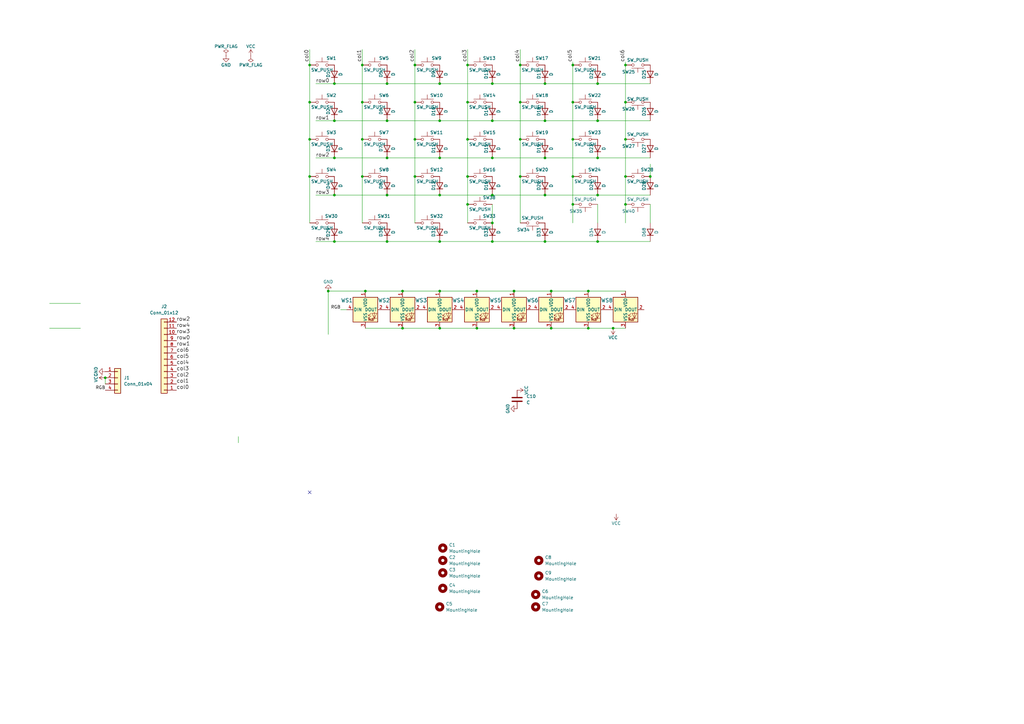
<source format=kicad_sch>
(kicad_sch (version 20211123) (generator eeschema)
  (paper "A3")
  (title_block (title "Dash") (rev "1.0.0-alpha") (company "omkbd"))
  (lib_symbols
    (symbol "Connector_Generic:Conn_01x04" (pin_names (offset 1.016) hide)
      (property "Reference" "J" (at 0 5.08 0))
      (property "Value" "Conn_01x04" (at 0 -7.62 0))
      (symbol "Conn_01x04_1_1"
        (rectangle (start -1.27 -4.953) (end 0 -5.207) (stroke (width 0.1524)))
        (rectangle (start -1.27 -2.413) (end 0 -2.667) (stroke (width 0.1524)))
        (rectangle (start -1.27 0.127) (end 0 -0.127) (stroke (width 0.1524)))
        (rectangle (start -1.27 2.667) (end 0 2.413) (stroke (width 0.1524)))
        (rectangle (start -1.27 3.81) (end 1.27 -6.35) (stroke (width 0.254)) (fill (type background)))
        (pin passive line (at -5.08 2.54 0) (length 3.81) (name "Pin_1") (number "1"))
        (pin passive line (at -5.08 0 0) (length 3.81) (name "Pin_2") (number "2"))
        (pin passive line (at -5.08 -2.54 0) (length 3.81) (name "Pin_3") (number "3"))
        (pin passive line (at -5.08 -5.08 0) (length 3.81) (name "Pin_4") (number "4"))
      )
    )
    (symbol "Connector_Generic:Conn_01x12" (pin_names (offset 1.016) hide)
      (property "Reference" "J" (at 0 15.24 0))
      (property "Value" "Conn_01x12" (at 0 -17.78 0))
      (symbol "Conn_01x12_1_1"
        (rectangle (start -1.27 -15.113) (end 0 -15.367) (stroke (width 0.1524)))
        (rectangle (start -1.27 -12.573) (end 0 -12.827) (stroke (width 0.1524)))
        (rectangle (start -1.27 -10.033) (end 0 -10.287) (stroke (width 0.1524)))
        (rectangle (start -1.27 -7.493) (end 0 -7.747) (stroke (width 0.1524)))
        (rectangle (start -1.27 -4.953) (end 0 -5.207) (stroke (width 0.1524)))
        (rectangle (start -1.27 -2.413) (end 0 -2.667) (stroke (width 0.1524)))
        (rectangle (start -1.27 0.127) (end 0 -0.127) (stroke (width 0.1524)))
        (rectangle (start -1.27 2.667) (end 0 2.413) (stroke (width 0.1524)))
        (rectangle (start -1.27 5.207) (end 0 4.953) (stroke (width 0.1524)))
        (rectangle (start -1.27 7.747) (end 0 7.493) (stroke (width 0.1524)))
        (rectangle (start -1.27 10.287) (end 0 10.033) (stroke (width 0.1524)))
        (rectangle (start -1.27 12.827) (end 0 12.573) (stroke (width 0.1524)))
        (rectangle (start -1.27 13.97) (end 1.27 -16.51) (stroke (width 0.254)) (fill (type background)))
        (pin passive line (at -5.08 12.7 0) (length 3.81) (name "Pin_1") (number "1"))
        (pin passive line (at -5.08 -10.16 0) (length 3.81) (name "Pin_10") (number "10"))
        (pin passive line (at -5.08 -12.7 0) (length 3.81) (name "Pin_11") (number "11"))
        (pin passive line (at -5.08 -15.24 0) (length 3.81) (name "Pin_12") (number "12"))
        (pin passive line (at -5.08 10.16 0) (length 3.81) (name "Pin_2") (number "2"))
        (pin passive line (at -5.08 7.62 0) (length 3.81) (name "Pin_3") (number "3"))
        (pin passive line (at -5.08 5.08 0) (length 3.81) (name "Pin_4") (number "4"))
        (pin passive line (at -5.08 2.54 0) (length 3.81) (name "Pin_5") (number "5"))
        (pin passive line (at -5.08 0 0) (length 3.81) (name "Pin_6") (number "6"))
        (pin passive line (at -5.08 -2.54 0) (length 3.81) (name "Pin_7") (number "7"))
        (pin passive line (at -5.08 -5.08 0) (length 3.81) (name "Pin_8") (number "8"))
        (pin passive line (at -5.08 -7.62 0) (length 3.81) (name "Pin_9") (number "9"))
      )
    )
    (symbol "Device:C" (pin_numbers hide) (pin_names (offset 0.254))
      (property "Reference" "C" (at 0.635 2.54 0))
      (property "Value" "C" (at 0.635 -2.54 0))
      (symbol "C_0_1"
        (polyline (pts (xy -2.032 -0.762) (xy 2.032 -0.762)) (stroke (width 0.508)))
        (polyline (pts (xy -2.032 0.762) (xy 2.032 0.762)) (stroke (width 0.508)))
      )
      (symbol "C_1_1"
        (pin passive line (at 0 3.81 270) (length 2.794) (name "~") (number "1"))
        (pin passive line (at 0 -3.81 90) (length 2.794) (name "~") (number "2"))
      )
    )
    (symbol "Device:D" (pin_numbers hide) (pin_names (offset 1.016) hide)
      (property "Reference" "D" (at 0 2.54 0))
      (property "Value" "D" (at 0 -2.54 0))
      (symbol "D_0_1"
        (polyline (pts (xy -1.27 1.27) (xy -1.27 -1.27)) (stroke (width 0.254)))
        (polyline (pts (xy 1.27 0) (xy -1.27 0)))
        (polyline (pts (xy 1.27 1.27) (xy 1.27 -1.27) (xy -1.27 0) (xy 1.27 1.27)) (stroke (width 0.254)))
      )
      (symbol "D_1_1"
        (pin passive line (at -3.81 0 0) (length 2.54) (name "K") (number "1"))
        (pin passive line (at 3.81 0 180) (length 2.54) (name "A") (number "2"))
      )
    )
    (symbol "LED:WS2812B" (pin_names (offset 0.254))
      (property "Reference" "D" (at 5.08 5.715 0))
      (property "Value" "WS2812B" (at 1.27 -5.715 0))
      (symbol "WS2812B_0_0"
        (text "RGB" (at 2.286 -4.191 0) (effects (font (size 0.762 0.762))))
      )
      (symbol "WS2812B_0_1"
        (polyline (pts (xy 1.27 -3.556) (xy 1.778 -3.556)))
        (polyline (pts (xy 1.27 -2.54) (xy 1.778 -2.54)))
        (polyline (pts (xy 4.699 -3.556) (xy 2.667 -3.556)))
        (polyline (pts (xy 2.286 -2.54) (xy 1.27 -3.556) (xy 1.27 -3.048)))
        (polyline (pts (xy 2.286 -1.524) (xy 1.27 -2.54) (xy 1.27 -2.032)))
        (polyline (pts (xy 3.683 -1.016) (xy 3.683 -3.556) (xy 3.683 -4.064)))
        (polyline (pts (xy 4.699 -1.524) (xy 2.667 -1.524) (xy 3.683 -3.556) (xy 4.699 -1.524)))
        (rectangle (start 5.08 5.08) (end -5.08 -5.08) (stroke (width 0.254)) (fill (type background)))
      )
      (symbol "WS2812B_1_1"
        (pin power_in line (at 0 7.62 270) (length 2.54) (name "VDD") (number "1"))
        (pin output line (at 7.62 0 180) (length 2.54) (name "DOUT") (number "2"))
        (pin power_in line (at 0 -7.62 90) (length 2.54) (name "VSS") (number "3"))
        (pin input line (at -7.62 0 0) (length 2.54) (name "DIN") (number "4"))
      )
    )
    (symbol "Mechanical:MountingHole" (pin_names (offset 1.016))
      (property "Reference" "H" (at 0 5.08 0))
      (property "Value" "MountingHole" (at 0 3.175 0))
      (symbol "MountingHole_0_1"
        (circle (center 0 0) (radius 1.27) (stroke (width 1.27)))
      )
    )
    (symbol "Switch:SW_Push" (pin_numbers hide) (pin_names (offset 1.016) hide)
      (property "Reference" "SW" (at 1.27 2.54 0))
      (property "Value" "SW_Push" (at 0 -1.524 0))
      (symbol "SW_Push_0_1"
        (circle (center -2.032 0) (radius 0.508))
        (polyline (pts (xy 0 1.27) (xy 0 3.048)))
        (polyline (pts (xy 2.54 1.27) (xy -2.54 1.27)))
        (circle (center 2.032 0) (radius 0.508))
        (pin passive line (at -5.08 0 0) (length 2.54) (name "1") (number "1"))
        (pin passive line (at 5.08 0 180) (length 2.54) (name "2") (number "2"))
      )
    )
    (symbol "power:GND" (power) (pin_names (offset 0))
      (property "Value" "GND" (at 0 -3.81 0))
      (symbol "GND_0_1"
        (polyline (pts (xy 0 0) (xy 0 -1.27) (xy 1.27 -1.27) (xy 0 -2.54) (xy -1.27 -1.27) (xy 0 -1.27)))
      )
      (symbol "GND_1_1"
        (pin power_in line (at 0 0 270) (length 0) hide (name "GND") (number "1"))
      )
    )
    (symbol "power:PWR_FLAG" (power) (pin_numbers hide) (pin_names (offset 0) hide)
      (property "Value" "PWR_FLAG" (at 0 3.81 0))
      (symbol "PWR_FLAG_0_0"
        (pin power_out line (at 0 0 90) (length 0) (name "pwr") (number "1"))
      )
      (symbol "PWR_FLAG_0_1"
        (polyline (pts (xy 0 0) (xy 0 1.27) (xy -1.016 1.905) (xy 0 2.54) (xy 1.016 1.905) (xy 0 1.27)))
      )
    )
    (symbol "power:VCC" (power) (pin_names (offset 0))
      (property "Value" "VCC" (at 0 3.81 0))
      (symbol "VCC_0_1"
        (polyline (pts (xy -0.762 1.27) (xy 0 2.54)))
        (polyline (pts (xy 0 0) (xy 0 2.54)))
        (polyline (pts (xy 0 2.54) (xy 0.762 1.27)))
      )
      (symbol "VCC_1_1"
        (pin power_in line (at 0 0 90) (length 0) hide (name "VCC") (number "1"))
      )
    )
  )
  (junction (at 165.1 134.62))
  (junction (at 148.59 41.91))
  (junction (at 170.18 41.91))
  (junction (at 223.52 64.77))
  (junction (at 170.18 72.39))
  (junction (at 137.16 34.29))
  (junction (at 234.95 41.91))
  (junction (at 234.95 83.82))
  (junction (at 137.16 99.06))
  (junction (at 180.34 64.77))
  (junction (at 223.52 80.01))
  (junction (at 137.16 49.53))
  (junction (at 170.18 57.15))
  (junction (at 134.62 119.38))
  (junction (at 201.93 80.01))
  (junction (at 127 57.15))
  (junction (at 158.75 99.06))
  (junction (at 191.77 41.91))
  (junction (at 241.3 134.62))
  (junction (at 149.86 119.38))
  (junction (at 195.58 119.38))
  (junction (at 180.34 99.06))
  (junction (at 191.77 83.82))
  (junction (at 210.82 134.62))
  (junction (at 127 26.67))
  (junction (at 245.11 80.01))
  (junction (at 245.11 64.77))
  (junction (at 256.54 57.15))
  (junction (at 180.34 34.29))
  (junction (at 226.06 134.62))
  (junction (at 223.52 49.53))
  (junction (at 127 41.91))
  (junction (at 226.06 119.38))
  (junction (at 256.54 83.82))
  (junction (at 241.3 119.38))
  (junction (at 213.36 72.39))
  (junction (at 210.82 119.38))
  (junction (at 137.16 80.01))
  (junction (at 201.93 64.77))
  (junction (at 191.77 72.39))
  (junction (at 234.95 57.15))
  (junction (at 245.11 34.29))
  (junction (at 256.54 41.91))
  (junction (at 137.16 64.77))
  (junction (at 158.75 49.53))
  (junction (at 213.36 26.67))
  (junction (at 170.18 26.67))
  (junction (at 180.34 80.01))
  (junction (at 127 72.39))
  (junction (at 223.52 34.29))
  (junction (at 148.59 26.67))
  (junction (at 180.34 119.38))
  (junction (at 245.11 99.06))
  (junction (at 158.75 34.29))
  (junction (at 213.36 57.15))
  (junction (at 201.93 99.06))
  (junction (at 245.11 49.53))
  (junction (at 213.36 41.91))
  (junction (at 256.54 26.67))
  (junction (at 180.34 134.62))
  (junction (at 191.77 57.15))
  (junction (at 148.59 72.39))
  (junction (at 158.75 64.77))
  (junction (at 195.58 134.62))
  (junction (at 148.59 57.15))
  (junction (at 234.95 72.39))
  (junction (at 266.7 72.39))
  (junction (at 43.18 154.94))
  (junction (at 223.52 99.06))
  (junction (at 234.95 26.67))
  (junction (at 201.93 49.53))
  (junction (at 201.93 34.29))
  (junction (at 191.77 26.67))
  (junction (at 158.75 80.01))
  (junction (at 201.93 91.44))
  (junction (at 165.1 119.38))
  (junction (at 180.34 49.53))
  (junction (at 256.54 72.39))
  (junction (at 251.46 134.62))
  (no_connect (at 127 201.93))
  (wire (pts (xy 191.77 26.67) (xy 191.77 41.91)))
  (wire (pts (xy 201.93 34.29) (xy 223.52 34.29)))
  (wire (pts (xy 213.36 41.91) (xy 213.36 57.15)))
  (wire (pts (xy 134.62 119.38) (xy 149.86 119.38)))
  (wire (pts (xy 170.18 26.67) (xy 170.18 41.91)))
  (wire (pts (xy 210.82 134.62) (xy 226.06 134.62)))
  (wire (pts (xy 201.93 80.01) (xy 223.52 80.01)))
  (wire (pts (xy 148.59 57.15) (xy 148.59 72.39)))
  (wire (pts (xy 129.54 34.29) (xy 137.16 34.29)))
  (wire (pts (xy 142.24 127) (xy 139.7 127)))
  (wire (pts (xy 129.54 80.01) (xy 137.16 80.01)))
  (wire (pts (xy 256.54 83.82) (xy 256.54 91.44)))
  (wire (pts (xy 223.52 64.77) (xy 245.11 64.77)))
  (wire (pts (xy 127 57.15) (xy 127 72.39)))
  (wire (pts (xy 137.16 99.06) (xy 158.75 99.06)))
  (wire (pts (xy 234.95 72.39) (xy 234.95 83.82)))
  (wire (pts (xy 213.36 26.67) (xy 213.36 41.91)))
  (wire (pts (xy 127 41.91) (xy 127 57.15)))
  (wire (pts (xy 129.54 64.77) (xy 137.16 64.77)))
  (wire (pts (xy 201.93 83.82) (xy 201.93 91.44)))
  (wire (pts (xy 234.95 41.91) (xy 234.95 57.15)))
  (wire (pts (xy 149.86 134.62) (xy 165.1 134.62)))
  (wire (pts (xy 245.11 99.06) (xy 266.7 99.06)))
  (wire (pts (xy 180.34 34.29) (xy 201.93 34.29)))
  (wire (pts (xy 234.95 26.67) (xy 234.95 41.91)))
  (wire (pts (xy 223.52 99.06) (xy 245.11 99.06)))
  (wire (pts (xy 20.32 134.62) (xy 33.02 134.62)))
  (wire (pts (xy 234.95 83.82) (xy 234.95 91.44)))
  (wire (pts (xy 256.54 72.39) (xy 256.54 83.82)))
  (wire (pts (xy 180.34 49.53) (xy 201.93 49.53)))
  (wire (pts (xy 158.75 34.29) (xy 180.34 34.29)))
  (wire (pts (xy 256.54 57.15) (xy 256.54 72.39)))
  (wire (pts (xy 148.59 20.32) (xy 148.59 26.67)))
  (wire (pts (xy 256.54 25.4) (xy 256.54 26.67)))
  (wire (pts (xy 191.77 41.91) (xy 191.77 57.15)))
  (wire (pts (xy 127 20.32) (xy 127 26.67)))
  (wire (pts (xy 180.34 99.06) (xy 201.93 99.06)))
  (wire (pts (xy 158.75 64.77) (xy 180.34 64.77)))
  (wire (pts (xy 149.86 119.38) (xy 165.1 119.38)))
  (wire (pts (xy 223.52 49.53) (xy 245.11 49.53)))
  (wire (pts (xy 245.11 64.77) (xy 266.7 64.77)))
  (wire (pts (xy 226.06 134.62) (xy 241.3 134.62)))
  (wire (pts (xy 158.75 49.53) (xy 180.34 49.53)))
  (wire (pts (xy 251.46 134.62) (xy 256.54 134.62)))
  (wire (pts (xy 213.36 72.39) (xy 213.36 91.44)))
  (wire (pts (xy 195.58 119.38) (xy 210.82 119.38)))
  (wire (pts (xy 245.11 80.01) (xy 266.7 80.01)))
  (wire (pts (xy 223.52 34.29) (xy 245.11 34.29)))
  (wire (pts (xy 137.16 64.77) (xy 158.75 64.77)))
  (wire (pts (xy 158.75 99.06) (xy 180.34 99.06)))
  (wire (pts (xy 234.95 25.4) (xy 234.95 26.67)))
  (wire (pts (xy 180.34 134.62) (xy 195.58 134.62)))
  (wire (pts (xy 43.18 154.94) (xy 43.18 157.48)))
  (wire (pts (xy 134.62 137.16) (xy 134.62 119.38)))
  (wire (pts (xy 245.11 91.44) (xy 245.11 83.82)))
  (wire (pts (xy 245.11 34.29) (xy 266.7 34.29)))
  (wire (pts (xy 33.02 124.46) (xy 20.32 124.46)))
  (wire (pts (xy 256.54 41.91) (xy 256.54 57.15)))
  (wire (pts (xy 170.18 57.15) (xy 170.18 72.39)))
  (wire (pts (xy 129.54 99.06) (xy 137.16 99.06)))
  (wire (pts (xy 148.59 26.67) (xy 148.59 41.91)))
  (wire (pts (xy 180.34 64.77) (xy 201.93 64.77)))
  (wire (pts (xy 191.77 72.39) (xy 191.77 83.82)))
  (wire (pts (xy 165.1 134.62) (xy 180.34 134.62)))
  (wire (pts (xy 137.16 49.53) (xy 158.75 49.53)))
  (wire (pts (xy 148.59 41.91) (xy 148.59 57.15)))
  (wire (pts (xy 226.06 119.38) (xy 241.3 119.38)))
  (wire (pts (xy 210.82 119.38) (xy 226.06 119.38)))
  (wire (pts (xy 158.75 80.01) (xy 180.34 80.01)))
  (wire (pts (xy 266.7 67.31) (xy 266.7 72.39)))
  (wire (pts (xy 256.54 26.67) (xy 256.54 41.91)))
  (wire (pts (xy 223.52 80.01) (xy 245.11 80.01)))
  (wire (pts (xy 127 26.67) (xy 127 41.91)))
  (wire (pts (xy 191.77 57.15) (xy 191.77 72.39)))
  (wire (pts (xy 234.95 57.15) (xy 234.95 72.39)))
  (wire (pts (xy 137.16 34.29) (xy 158.75 34.29)))
  (wire (pts (xy 245.11 49.53) (xy 266.7 49.53)))
  (wire (pts (xy 180.34 80.01) (xy 201.93 80.01)))
  (wire (pts (xy 180.34 119.38) (xy 195.58 119.38)))
  (wire (pts (xy 170.18 41.91) (xy 170.18 57.15)))
  (wire (pts (xy 191.77 83.82) (xy 191.77 91.44)))
  (wire (pts (xy 165.1 119.38) (xy 180.34 119.38)))
  (wire (pts (xy 241.3 119.38) (xy 256.54 119.38)))
  (wire (pts (xy 137.16 80.01) (xy 158.75 80.01)))
  (wire (pts (xy 148.59 72.39) (xy 148.59 91.44)))
  (wire (pts (xy 129.54 49.53) (xy 137.16 49.53)))
  (wire (pts (xy 241.3 134.62) (xy 251.46 134.62)))
  (wire (pts (xy 170.18 72.39) (xy 170.18 91.44)))
  (wire (pts (xy 97.79 179.07) (xy 97.79 181.61)))
  (wire (pts (xy 127 72.39) (xy 127 91.44)))
  (wire (pts (xy 195.58 134.62) (xy 210.82 134.62)))
  (wire (pts (xy 213.36 20.32) (xy 213.36 26.67)))
  (wire (pts (xy 201.93 99.06) (xy 223.52 99.06)))
  (wire (pts (xy 266.7 91.44) (xy 266.7 83.82)))
  (wire (pts (xy 201.93 64.77) (xy 223.52 64.77)))
  (wire (pts (xy 170.18 20.32) (xy 170.18 26.67)))
  (wire (pts (xy 191.77 20.32) (xy 191.77 26.67)))
  (wire (pts (xy 201.93 49.53) (xy 223.52 49.53)))
  (wire (pts (xy 213.36 57.15) (xy 213.36 72.39)))
  (label "RGB" (at 139.7 127 180))
  (label "row3" (at 72.39 137.16 0) (effects (font (size 1.524 1.524))))
  (label "col2" (at 170.18 25.4 90) (effects (font (size 1.524 1.524))))
  (label "row0" (at 72.39 139.7 0) (effects (font (size 1.524 1.524))))
  (label "col0" (at 127 25.4 90) (effects (font (size 1.524 1.524))))
  (label "col1" (at 72.39 157.48 0) (effects (font (size 1.524 1.524))))
  (label "row2" (at 72.39 132.08 0) (effects (font (size 1.524 1.524))))
  (label "col6" (at 256.54 25.4 90) (effects (font (size 1.524 1.524))))
  (label "row1" (at 129.54 49.53 0) (effects (font (size 1.524 1.524))))
  (label "row0" (at 129.54 34.29 0) (effects (font (size 1.524 1.524))))
  (label "row2" (at 129.54 64.77 0) (effects (font (size 1.524 1.524))))
  (label "row4" (at 72.39 134.62 0) (effects (font (size 1.524 1.524))))
  (label "col2" (at 72.39 154.94 0) (effects (font (size 1.524 1.524))))
  (label "col4" (at 213.36 25.4 90) (effects (font (size 1.524 1.524))))
  (label "col3" (at 72.39 152.4 0) (effects (font (size 1.524 1.524))))
  (label "col0" (at 72.39 160.02 0) (effects (font (size 1.524 1.524))))
  (label "row1" (at 72.39 142.24 0) (effects (font (size 1.524 1.524))))
  (label "col3" (at 191.77 25.4 90) (effects (font (size 1.524 1.524))))
  (label "col6" (at 72.39 144.78 0) (effects (font (size 1.524 1.524))))
  (label "row4" (at 129.54 99.06 0) (effects (font (size 1.524 1.524))))
  (label "col5" (at 72.39 147.32 0) (effects (font (size 1.524 1.524))))
  (label "row3" (at 129.54 80.01 0) (effects (font (size 1.524 1.524))))
  (label "col5" (at 234.95 25.4 90) (effects (font (size 1.524 1.524))))
  (label "col1" (at 148.59 25.4 90) (effects (font (size 1.524 1.524))))
  (label "RGB" (at 43.18 160.02 180))
  (label "col4" (at 72.39 149.86 0) (effects (font (size 1.524 1.524))))
  (symbol (lib_id "Switch:SW_Push") (at 132.08 26.67 0) (unit 1)
    (property "Reference" "SW1" (at 135.89 23.876 0))
    (property "Value" "SW_PUSH" (at 132.08 28.702 0))
    (property "Footprint" "ergodash_2040:Kailh_socket_MX_leftmost" (effects hide))
  )
  (symbol (lib_id "Device:D") (at 137.16 30.48 90) (unit 1)
    (property "Reference" "D1" (at 134.62 30.48 0))
    (property "Value" "D" (at 139.7 30.48 0))
    (property "Footprint" "ergodash_2040:D_SOD-123-dobuleside" (effects hide))
  )
  (symbol (lib_id "Switch:SW_Push") (at 153.67 26.67 0) (unit 1)
    (property "Reference" "SW5" (at 157.48 23.876 0))
    (property "Value" "SW_PUSH" (at 153.67 28.702 0))
    (property "Footprint" "ergodash_2040:Kailh_socket_MX" (effects hide))
  )
  (symbol (lib_id "Switch:SW_Push") (at 175.26 26.67 0) (unit 1)
    (property "Reference" "SW9" (at 179.07 23.876 0))
    (property "Value" "SW_PUSH" (at 175.26 28.702 0))
    (property "Footprint" "ergodash_2040:Kailh_socket_MX" (effects hide))
  )
  (symbol (lib_id "Switch:SW_Push") (at 196.85 26.67 0) (unit 1)
    (property "Reference" "SW13" (at 200.66 23.876 0))
    (property "Value" "SW_PUSH" (at 196.85 28.702 0))
    (property "Footprint" "ergodash_2040:Kailh_socket_MX" (effects hide))
  )
  (symbol (lib_id "Switch:SW_Push") (at 218.44 26.67 0) (unit 1)
    (property "Reference" "SW17" (at 222.25 23.876 0))
    (property "Value" "SW_PUSH" (at 218.44 28.702 0))
    (property "Footprint" "ergodash_2040:Kailh_socket_MX" (effects hide))
  )
  (symbol (lib_id "Switch:SW_Push") (at 240.03 26.67 0) (unit 1)
    (property "Reference" "SW21" (at 243.84 23.876 0))
    (property "Value" "SW_PUSH" (at 240.03 28.702 0))
    (property "Footprint" "ergodash_2040:Kailh_socket_MX" (effects hide))
  )
  (symbol (lib_id "Switch:SW_Push") (at 261.62 26.67 180) (unit 1)
    (property "Reference" "SW25" (at 257.81 29.464 0))
    (property "Value" "SW_PUSH" (at 261.62 24.638 0))
    (property "Footprint" "ergodash_2040:Kailh_socket_MX_rightmost" (effects hide))
  )
  (symbol (lib_id "Device:D") (at 158.75 30.48 90) (unit 1)
    (property "Reference" "D5" (at 156.21 30.48 0))
    (property "Value" "D" (at 161.29 30.48 0))
    (property "Footprint" "ergodash_2040:D_SOD-123-dobuleside" (effects hide))
  )
  (symbol (lib_id "Device:D") (at 180.34 30.48 90) (unit 1)
    (property "Reference" "D9" (at 177.8 30.48 0))
    (property "Value" "D" (at 182.88 30.48 0))
    (property "Footprint" "ergodash_2040:D_SOD-123-dobuleside" (effects hide))
  )
  (symbol (lib_id "Device:D") (at 201.93 30.48 90) (unit 1)
    (property "Reference" "D13" (at 199.39 30.48 0))
    (property "Value" "D" (at 204.47 30.48 0))
    (property "Footprint" "ergodash_2040:D_SOD-123-dobuleside" (effects hide))
  )
  (symbol (lib_id "Device:D") (at 223.52 30.48 90) (unit 1)
    (property "Reference" "D17" (at 220.98 30.48 0))
    (property "Value" "D" (at 226.06 30.48 0))
    (property "Footprint" "ergodash_2040:D_SOD-123-dobuleside" (effects hide))
  )
  (symbol (lib_id "Device:D") (at 245.11 30.48 90) (unit 1)
    (property "Reference" "D21" (at 242.57 30.48 0))
    (property "Value" "D" (at 247.65 30.48 0))
    (property "Footprint" "ergodash_2040:D_SOD-123-dobuleside" (effects hide))
  )
  (symbol (lib_id "Device:D") (at 266.7 30.48 90) (unit 1)
    (property "Reference" "D25" (at 264.16 30.48 0))
    (property "Value" "D" (at 269.24 30.48 0))
    (property "Footprint" "ergodash_2040:D_SOD-123-dobuleside" (effects hide))
  )
  (symbol (lib_id "Switch:SW_Push") (at 132.08 41.91 0) (unit 1)
    (property "Reference" "SW2" (at 135.89 39.116 0))
    (property "Value" "SW_PUSH" (at 132.08 43.942 0))
    (property "Footprint" "ergodash_2040:Kailh_socket_MX_leftmost" (effects hide))
  )
  (symbol (lib_id "Switch:SW_Push") (at 153.67 41.91 0) (unit 1)
    (property "Reference" "SW6" (at 157.48 39.116 0))
    (property "Value" "SW_PUSH" (at 153.67 43.942 0))
    (property "Footprint" "ergodash_2040:Kailh_socket_MX" (effects hide))
  )
  (symbol (lib_id "Switch:SW_Push") (at 175.26 41.91 0) (unit 1)
    (property "Reference" "SW10" (at 179.07 39.116 0))
    (property "Value" "SW_PUSH" (at 175.26 43.942 0))
    (property "Footprint" "ergodash_2040:Kailh_socket_MX" (effects hide))
  )
  (symbol (lib_id "Switch:SW_Push") (at 196.85 41.91 0) (unit 1)
    (property "Reference" "SW14" (at 200.66 39.116 0))
    (property "Value" "SW_PUSH" (at 196.85 43.942 0))
    (property "Footprint" "ergodash_2040:Kailh_socket_MX" (effects hide))
  )
  (symbol (lib_id "Switch:SW_Push") (at 218.44 41.91 0) (unit 1)
    (property "Reference" "SW18" (at 222.25 39.116 0))
    (property "Value" "SW_PUSH" (at 218.44 43.942 0))
    (property "Footprint" "ergodash_2040:Kailh_socket_MX" (effects hide))
  )
  (symbol (lib_id "Switch:SW_Push") (at 240.03 41.91 0) (unit 1)
    (property "Reference" "SW22" (at 243.84 39.116 0))
    (property "Value" "SW_PUSH" (at 240.03 43.942 0))
    (property "Footprint" "ergodash_2040:Kailh_socket_MX" (effects hide))
  )
  (symbol (lib_id "Switch:SW_Push") (at 261.62 41.91 180) (unit 1)
    (property "Reference" "SW26" (at 257.81 44.704 0))
    (property "Value" "SW_PUSH" (at 261.62 40.64 0))
    (property "Footprint" "ergodash_2040:Kailh_socket_MX_rightmost" (effects hide))
  )
  (symbol (lib_id "Switch:SW_Push") (at 261.62 57.15 180) (unit 1)
    (property "Reference" "SW27" (at 257.81 59.944 0))
    (property "Value" "SW_PUSH" (at 261.62 55.118 0))
    (property "Footprint" "ergodash_2040:Kailh_socket_MX_rightmost" (effects hide))
  )
  (symbol (lib_id "Switch:SW_Push") (at 240.03 57.15 0) (unit 1)
    (property "Reference" "SW23" (at 243.84 54.356 0))
    (property "Value" "SW_PUSH" (at 240.03 59.182 0))
    (property "Footprint" "ergodash_2040:Kailh_socket_MX" (effects hide))
  )
  (symbol (lib_id "Switch:SW_Push") (at 218.44 57.15 0) (unit 1)
    (property "Reference" "SW19" (at 222.25 54.356 0))
    (property "Value" "SW_PUSH" (at 218.44 59.182 0))
    (property "Footprint" "ergodash_2040:Kailh_socket_MX" (effects hide))
  )
  (symbol (lib_id "Switch:SW_Push") (at 196.85 57.15 0) (unit 1)
    (property "Reference" "SW15" (at 200.66 54.356 0))
    (property "Value" "SW_PUSH" (at 196.85 59.182 0))
    (property "Footprint" "ergodash_2040:Kailh_socket_MX" (effects hide))
  )
  (symbol (lib_id "Switch:SW_Push") (at 175.26 57.15 0) (unit 1)
    (property "Reference" "SW11" (at 179.07 54.356 0))
    (property "Value" "SW_PUSH" (at 175.26 59.182 0))
    (property "Footprint" "ergodash_2040:Kailh_socket_MX" (effects hide))
  )
  (symbol (lib_id "Switch:SW_Push") (at 153.67 57.15 0) (unit 1)
    (property "Reference" "SW7" (at 157.48 54.356 0))
    (property "Value" "SW_PUSH" (at 153.67 59.182 0))
    (property "Footprint" "ergodash_2040:Kailh_socket_MX" (effects hide))
  )
  (symbol (lib_id "Switch:SW_Push") (at 132.08 57.15 0) (unit 1)
    (property "Reference" "SW3" (at 135.89 54.356 0))
    (property "Value" "SW_PUSH" (at 132.08 59.182 0))
    (property "Footprint" "ergodash_2040:Kailh_socket_MX_leftmost" (effects hide))
  )
  (symbol (lib_id "Switch:SW_Push") (at 132.08 72.39 0) (unit 1)
    (property "Reference" "SW4" (at 135.89 69.596 0))
    (property "Value" "SW_PUSH" (at 132.08 74.422 0))
    (property "Footprint" "ergodash_2040:Kailh_socket_MX_leftmost" (effects hide))
  )
  (symbol (lib_id "Switch:SW_Push") (at 153.67 72.39 0) (unit 1)
    (property "Reference" "SW8" (at 157.48 69.596 0))
    (property "Value" "SW_PUSH" (at 153.67 74.422 0))
    (property "Footprint" "ergodash_2040:Kailh_socket_MX" (effects hide))
  )
  (symbol (lib_id "Switch:SW_Push") (at 175.26 72.39 0) (unit 1)
    (property "Reference" "SW12" (at 179.07 69.596 0))
    (property "Value" "SW_PUSH" (at 175.26 74.422 0))
    (property "Footprint" "ergodash_2040:Kailh_socket_MX" (effects hide))
  )
  (symbol (lib_id "Switch:SW_Push") (at 196.85 72.39 0) (unit 1)
    (property "Reference" "SW16" (at 200.66 69.596 0))
    (property "Value" "SW_PUSH" (at 196.85 74.422 0))
    (property "Footprint" "ergodash_2040:Kailh_socket_MX" (effects hide))
  )
  (symbol (lib_id "Switch:SW_Push") (at 218.44 72.39 0) (unit 1)
    (property "Reference" "SW20" (at 222.25 69.596 0))
    (property "Value" "SW_PUSH" (at 218.44 74.422 0))
    (property "Footprint" "ergodash_2040:Kailh_socket_MX" (effects hide))
  )
  (symbol (lib_id "Switch:SW_Push") (at 240.03 72.39 0) (unit 1)
    (property "Reference" "SW24" (at 243.84 69.596 0))
    (property "Value" "SW_PUSH" (at 240.03 74.422 0))
    (property "Footprint" "ergodash_2040:Kailh_socket_MX" (effects hide))
  )
  (symbol (lib_id "Device:D") (at 137.16 45.72 90) (unit 1)
    (property "Reference" "D2" (at 134.62 45.72 0))
    (property "Value" "D" (at 139.7 45.72 0))
    (property "Footprint" "ergodash_2040:D_SOD-123-dobuleside" (effects hide))
  )
  (symbol (lib_id "Device:D") (at 158.75 45.72 90) (unit 1)
    (property "Reference" "D6" (at 156.21 45.72 0))
    (property "Value" "D" (at 161.29 45.72 0))
    (property "Footprint" "ergodash_2040:D_SOD-123-dobuleside" (effects hide))
  )
  (symbol (lib_id "Device:D") (at 180.34 45.72 90) (unit 1)
    (property "Reference" "D10" (at 177.8 45.72 0))
    (property "Value" "D" (at 182.88 45.72 0))
    (property "Footprint" "ergodash_2040:D_SOD-123-dobuleside" (effects hide))
  )
  (symbol (lib_id "Device:D") (at 201.93 45.72 90) (unit 1)
    (property "Reference" "D14" (at 199.39 45.72 0))
    (property "Value" "D" (at 204.47 45.72 0))
    (property "Footprint" "ergodash_2040:D_SOD-123-dobuleside" (effects hide))
  )
  (symbol (lib_id "Device:D") (at 223.52 45.72 90) (unit 1)
    (property "Reference" "D18" (at 220.98 45.72 0))
    (property "Value" "D" (at 226.06 45.72 0))
    (property "Footprint" "ergodash_2040:D_SOD-123-dobuleside" (effects hide))
  )
  (symbol (lib_id "Device:D") (at 245.11 45.72 90) (unit 1)
    (property "Reference" "D22" (at 242.57 45.72 0))
    (property "Value" "D" (at 247.65 45.72 0))
    (property "Footprint" "ergodash_2040:D_SOD-123-dobuleside" (effects hide))
  )
  (symbol (lib_id "Device:D") (at 266.7 45.72 90) (unit 1)
    (property "Reference" "D26" (at 264.16 45.72 0))
    (property "Value" "D" (at 269.24 45.72 0))
    (property "Footprint" "ergodash_2040:D_SOD-123-dobuleside" (effects hide))
  )
  (symbol (lib_id "Device:D") (at 266.7 60.96 90) (unit 1)
    (property "Reference" "D27" (at 264.16 60.96 0))
    (property "Value" "D" (at 269.24 60.96 0))
    (property "Footprint" "ergodash_2040:D_SOD-123-dobuleside" (effects hide))
  )
  (symbol (lib_id "Device:D") (at 245.11 60.96 90) (unit 1)
    (property "Reference" "D23" (at 242.57 60.96 0))
    (property "Value" "D" (at 247.65 60.96 0))
    (property "Footprint" "ergodash_2040:D_SOD-123-dobuleside" (effects hide))
  )
  (symbol (lib_id "Device:D") (at 223.52 60.96 90) (unit 1)
    (property "Reference" "D19" (at 220.98 60.96 0))
    (property "Value" "D" (at 226.06 60.96 0))
    (property "Footprint" "ergodash_2040:D_SOD-123-dobuleside" (effects hide))
  )
  (symbol (lib_id "Device:D") (at 201.93 60.96 90) (unit 1)
    (property "Reference" "D15" (at 199.39 60.96 0))
    (property "Value" "D" (at 204.47 60.96 0))
    (property "Footprint" "ergodash_2040:D_SOD-123-dobuleside" (effects hide))
  )
  (symbol (lib_id "Device:D") (at 180.34 60.96 90) (unit 1)
    (property "Reference" "D11" (at 177.8 60.96 0))
    (property "Value" "D" (at 182.88 60.96 0))
    (property "Footprint" "ergodash_2040:D_SOD-123-dobuleside" (effects hide))
  )
  (symbol (lib_id "Device:D") (at 158.75 60.96 90) (unit 1)
    (property "Reference" "D7" (at 156.21 60.96 0))
    (property "Value" "D" (at 161.29 60.96 0))
    (property "Footprint" "ergodash_2040:D_SOD-123-dobuleside" (effects hide))
  )
  (symbol (lib_id "Device:D") (at 137.16 60.96 90) (unit 1)
    (property "Reference" "D3" (at 134.62 60.96 0))
    (property "Value" "D" (at 139.7 60.96 0))
    (property "Footprint" "ergodash_2040:D_SOD-123-dobuleside" (effects hide))
  )
  (symbol (lib_id "Device:D") (at 137.16 76.2 90) (unit 1)
    (property "Reference" "D4" (at 134.62 76.2 0))
    (property "Value" "D" (at 139.7 76.2 0))
    (property "Footprint" "ergodash_2040:D_SOD-123-dobuleside" (effects hide))
  )
  (symbol (lib_id "Device:D") (at 158.75 76.2 90) (unit 1)
    (property "Reference" "D8" (at 156.21 76.2 0))
    (property "Value" "D" (at 161.29 76.2 0))
    (property "Footprint" "ergodash_2040:D_SOD-123-dobuleside" (effects hide))
  )
  (symbol (lib_id "Device:D") (at 180.34 76.2 90) (unit 1)
    (property "Reference" "D12" (at 177.8 76.2 0))
    (property "Value" "D" (at 182.88 76.2 0))
    (property "Footprint" "ergodash_2040:D_SOD-123-dobuleside" (effects hide))
  )
  (symbol (lib_id "Device:D") (at 201.93 76.2 90) (unit 1)
    (property "Reference" "D16" (at 199.39 76.2 0))
    (property "Value" "D" (at 204.47 76.2 0))
    (property "Footprint" "ergodash_2040:D_SOD-123-dobuleside" (effects hide))
  )
  (symbol (lib_id "Device:D") (at 223.52 76.2 90) (unit 1)
    (property "Reference" "D20" (at 220.98 76.2 0))
    (property "Value" "D" (at 226.06 76.2 0))
    (property "Footprint" "ergodash_2040:D_SOD-123-dobuleside" (effects hide))
  )
  (symbol (lib_id "Device:D") (at 245.11 76.2 90) (unit 1)
    (property "Reference" "D24" (at 242.57 76.2 0))
    (property "Value" "D" (at 247.65 76.2 0))
    (property "Footprint" "ergodash_2040:D_SOD-123-dobuleside" (effects hide))
  )
  (symbol (lib_id "power:PWR_FLAG") (at 92.71 22.86 0) (unit 1)
    (property "Reference" "#FLG09" (effects hide))
    (property "Value" "PWR_FLAG" (at 92.71 19.05 0))
  )
  (symbol (lib_id "power:PWR_FLAG") (at 102.87 22.86 180) (unit 1)
    (property "Reference" "#FLG010" (effects hide))
    (property "Value" "PWR_FLAG" (at 102.87 26.67 0))
  )
  (symbol (lib_id "power:GND") (at 92.71 22.86 0) (unit 1)
    (property "Reference" "#PWR011" (effects hide))
    (property "Value" "GND" (at 92.71 26.67 0))
  )
  (symbol (lib_id "power:VCC") (at 102.87 22.86 0) (unit 1)
    (property "Reference" "#PWR012" (effects hide))
    (property "Value" "VCC" (at 102.87 19.05 0))
  )
  (symbol (lib_id "Switch:SW_Push") (at 132.08 91.44 0) (unit 1)
    (property "Reference" "SW30" (at 135.89 88.646 0))
    (property "Value" "SW_PUSH" (at 132.08 93.472 0))
    (property "Footprint" "ergodash_2040:Kailh_socket_MX_leftmost" (effects hide))
  )
  (symbol (lib_id "Switch:SW_Push") (at 153.67 91.44 0) (unit 1)
    (property "Reference" "SW31" (at 157.48 88.646 0))
    (property "Value" "SW_PUSH" (at 153.67 93.472 0))
    (property "Footprint" "ergodash_2040:Kailh_socket_MX" (effects hide))
  )
  (symbol (lib_id "Switch:SW_Push") (at 175.26 91.44 0) (unit 1)
    (property "Reference" "SW32" (at 179.07 88.646 0))
    (property "Value" "SW_PUSH" (at 175.26 93.472 0))
    (property "Footprint" "ergodash_2040:Kailh_socket_MX" (effects hide))
  )
  (symbol (lib_id "Switch:SW_Push") (at 196.85 91.44 0) (unit 1)
    (property "Reference" "SW33" (at 200.66 88.646 0))
    (property "Value" "SW_PUSH" (at 196.85 93.472 0))
    (property "Footprint" "ergodash_2040:Kailh_socket_MX" (effects hide))
  )
  (symbol (lib_id "Switch:SW_Push") (at 218.44 91.44 180) (unit 1)
    (property "Reference" "SW34" (at 214.63 94.234 0))
    (property "Value" "SW_PUSH" (at 218.44 89.408 0))
    (property "Footprint" "ergodash_2040:Kailh_socket_MX" (effects hide))
  )
  (symbol (lib_id "Device:D") (at 137.16 95.25 90) (unit 1)
    (property "Reference" "D29" (at 134.62 95.25 0))
    (property "Value" "D" (at 139.7 95.25 0))
    (property "Footprint" "ergodash_2040:D_SOD-123-dobuleside" (effects hide))
  )
  (symbol (lib_id "Device:D") (at 158.75 95.25 90) (unit 1)
    (property "Reference" "D30" (at 156.21 95.25 0))
    (property "Value" "D" (at 161.29 95.25 0))
    (property "Footprint" "ergodash_2040:D_SOD-123-dobuleside" (effects hide))
  )
  (symbol (lib_id "Device:D") (at 180.34 95.25 90) (unit 1)
    (property "Reference" "D31" (at 177.8 95.25 0))
    (property "Value" "D" (at 182.88 95.25 0))
    (property "Footprint" "ergodash_2040:D_SOD-123-dobuleside" (effects hide))
  )
  (symbol (lib_id "Device:D") (at 201.93 95.25 90) (unit 1)
    (property "Reference" "D32" (at 199.39 95.25 0))
    (property "Value" "D" (at 204.47 95.25 0))
    (property "Footprint" "ergodash_2040:D_SOD-123-dobuleside" (effects hide))
  )
  (symbol (lib_id "Device:D") (at 223.52 95.25 90) (unit 1)
    (property "Reference" "D33" (at 220.98 95.25 0))
    (property "Value" "D" (at 226.06 95.25 0))
    (property "Footprint" "ergodash_2040:D_SOD-123-dobuleside" (effects hide))
  )
  (symbol (lib_id "Device:D") (at 245.11 95.25 90) (unit 1)
    (property "Reference" "D34" (at 242.57 95.25 0))
    (property "Value" "D" (at 247.65 95.25 0))
    (property "Footprint" "ergodash_2040:D_SOD-123-dobuleside" (effects hide))
  )
  (symbol (lib_id "Switch:SW_Push") (at 240.03 83.82 180) (unit 1)
    (property "Reference" "SW35" (at 236.22 86.614 0))
    (property "Value" "SW_PUSH" (at 240.03 81.788 0))
    (property "Footprint" "ergodash_2040:Kailh_socket_MX" (effects hide))
  )
  (symbol (lib_id "Switch:SW_Push") (at 196.85 83.82 0) (unit 1)
    (property "Reference" "SW38" (at 200.66 81.026 0))
    (property "Value" "SW_PUSH" (at 196.85 85.852 0))
    (property "Footprint" "ergodash_2040:Kailh_socket_MX" (effects hide))
  )
  (symbol (lib_id "Device:D") (at 266.7 95.25 90) (unit 1)
    (property "Reference" "D68" (at 264.16 95.25 0))
    (property "Value" "D" (at 269.24 95.25 0))
    (property "Footprint" "ergodash_2040:D_SOD-123-dobuleside" (effects hide))
  )
  (symbol (lib_id "Switch:SW_Push") (at 261.62 83.82 180) (unit 1)
    (property "Reference" "SW40" (at 257.81 86.614 0))
    (property "Value" "SW_PUSH" (at 261.62 81.788 0))
    (property "Footprint" "ergodash_2040:Kailh_socket_MX" (effects hide))
  )
  (symbol (lib_id "Mechanical:MountingHole") (at 220.98 236.22 0) (unit 1)
    (property "Reference" "C9" (at 223.52 234.9499 0) (effects (justify left)))
    (property "Value" "MountingHole" (at 223.52 237.4899 0) (effects (justify left)))
    (property "Footprint" "ergodash_2040:Plate_MountingHole_cut" (effects hide))
  )
  (symbol (lib_id "Mechanical:MountingHole") (at 181.61 234.95 0) (unit 1)
    (property "Reference" "C3" (at 184.15 233.6799 0) (effects (justify left)))
    (property "Value" "MountingHole" (at 184.15 236.2199 0) (effects (justify left)))
    (property "Footprint" "ergodash_2040:Plate_MountingHole_cut" (effects hide))
  )
  (symbol (lib_id "LED:WS2812B") (at 195.58 127 0) (unit 1)
    (property "Reference" "WS4" (at 187.96 123.19 0) (effects (font (size 1.524 1.524))))
    (property "Value" "WS2812B" (effects hide))
    (property "Footprint" "ergodash_2040:LED_WS2812B_reversible" (effects hide))
    (property "Datasheet" "https://cdn-shop.adafruit.com/datasheets/WS2812B.pdf" (effects hide))
  )
  (symbol (lib_id "power:VCC") (at 43.18 154.94 90) (unit 1)
    (property "Reference" "#PWR0102" (effects hide))
    (property "Value" "VCC" (at 39.37 154.94 0))
  )
  (symbol (lib_id "Mechanical:MountingHole") (at 220.98 229.87 0) (unit 1)
    (property "Reference" "C8" (at 223.52 228.5999 0) (effects (justify left)))
    (property "Value" "MountingHole" (at 223.52 231.1399 0) (effects (justify left)))
    (property "Footprint" "ergodash_2040:Plate_MountingHole_cut" (effects hide))
  )
  (symbol (lib_id "Mechanical:MountingHole") (at 180.34 248.92 0) (unit 1)
    (property "Reference" "C5" (at 182.88 247.6499 0) (effects (justify left)))
    (property "Value" "MountingHole" (at 182.88 250.1899 0) (effects (justify left)))
    (property "Footprint" "ergodash_2040:Plate_MountingHole_cut" (effects hide))
  )
  (symbol (lib_id "Device:D") (at 266.7 76.2 90) (unit 1)
    (property "Reference" "D28" (at 264.16 76.2 0))
    (property "Value" "D" (at 269.24 76.2 0))
    (property "Footprint" "ergodash_2040:D_SOD-123-dobuleside" (effects hide))
  )
  (symbol (lib_id "Connector_Generic:Conn_01x04") (at 48.26 154.94 0) (unit 1)
    (property "Reference" "J1" (at 50.8 154.9399 0) (effects (justify left)))
    (property "Value" "Conn_01x04" (at 50.8 157.4799 0) (effects (justify left)))
    (property "Footprint" "Connector_JST:JST_SH_SM04B-SRSS-TB_1x04-1MP_P1.00mm_Horizontal" (effects hide))
  )
  (symbol (lib_id "LED:WS2812B") (at 241.3 127 0) (unit 1)
    (property "Reference" "WS7" (at 233.68 123.19 0) (effects (font (size 1.524 1.524))))
    (property "Value" "WS2812B" (effects hide))
    (property "Footprint" "ergodash_2040:LED_WS2812B_reversible" (effects hide))
    (property "Datasheet" "https://cdn-shop.adafruit.com/datasheets/WS2812B.pdf" (effects hide))
  )
  (symbol (lib_id "LED:WS2812B") (at 180.34 127 0) (unit 1)
    (property "Reference" "WS3" (at 172.72 123.19 0) (effects (font (size 1.524 1.524))))
    (property "Value" "WS2812B" (effects hide))
    (property "Footprint" "ergodash_2040:LED_WS2812B_reversible" (effects hide))
    (property "Datasheet" "https://cdn-shop.adafruit.com/datasheets/WS2812B.pdf" (effects hide))
  )
  (symbol (lib_id "Mechanical:MountingHole") (at 181.61 229.87 0) (unit 1)
    (property "Reference" "C2" (at 184.15 228.5999 0) (effects (justify left)))
    (property "Value" "MountingHole" (at 184.15 231.1399 0) (effects (justify left)))
    (property "Footprint" "ergodash_2040:Plate_MountingHole_cut" (effects hide))
  )
  (symbol (lib_id "LED:WS2812B") (at 256.54 127 0) (unit 1)
    (property "Reference" "WS8" (at 248.92 123.19 0) (effects (font (size 1.524 1.524))))
    (property "Value" "WS2812B" (effects hide))
    (property "Footprint" "ergodash_2040:LED_WS2812B_reversible" (effects hide))
    (property "Datasheet" "https://cdn-shop.adafruit.com/datasheets/WS2812B.pdf" (effects hide))
  )
  (symbol (lib_id "LED:WS2812B") (at 149.86 127 0) (unit 1)
    (property "Reference" "WS1" (at 142.24 123.19 0) (effects (font (size 1.524 1.524))))
    (property "Value" "WS2812B" (effects hide))
    (property "Footprint" "ergodash_2040:LED_WS2812B_reversible" (effects hide))
    (property "Datasheet" "https://cdn-shop.adafruit.com/datasheets/WS2812B.pdf" (effects hide))
  )
  (symbol (lib_id "power:VCC") (at 251.46 134.62 180) (unit 1)
    (property "Reference" "#PWR0103" (effects hide))
    (property "Value" "VCC" (at 251.46 138.43 0))
  )
  (symbol (lib_id "Mechanical:MountingHole") (at 219.71 243.84 0) (unit 1)
    (property "Reference" "C6" (at 222.25 242.5699 0) (effects (justify left)))
    (property "Value" "MountingHole" (at 222.25 245.1099 0) (effects (justify left)))
    (property "Footprint" "ergodash_2040:Plate_MountingHole_cut" (effects hide))
  )
  (symbol (lib_id "Mechanical:MountingHole") (at 181.61 224.79 0) (unit 1)
    (property "Reference" "C1" (at 184.15 223.5199 0) (effects (justify left)))
    (property "Value" "MountingHole" (at 184.15 226.0599 0) (effects (justify left)))
    (property "Footprint" "ergodash_2040:Plate_MountingHole_cut" (effects hide))
  )
  (symbol (lib_id "Switch:SW_Push") (at 261.62 72.39 0) (unit 1)
    (property "Reference" "SW28" (at 265.43 69.596 0))
    (property "Value" "SW_PUSH" (at 261.62 74.422 0))
    (property "Footprint" "ergodash_2040:Kailh_socket_MX" (effects hide))
  )
  (symbol (lib_id "power:GND") (at 43.18 152.4 270) (mirror x) (unit 1)
    (property "Reference" "#PWR0101" (effects hide))
    (property "Value" "GND" (at 39.37 152.4 0))
  )
  (symbol (lib_id "Mechanical:MountingHole") (at 181.61 241.3 0) (unit 1)
    (property "Reference" "C4" (at 184.15 240.0299 0) (effects (justify left)))
    (property "Value" "MountingHole" (at 184.15 242.5699 0) (effects (justify left)))
    (property "Footprint" "ergodash_2040:Plate_MountingHole_cut" (effects hide))
  )
  (symbol (lib_id "power:VCC") (at 212.09 160.02 270) (unit 1)
    (property "Reference" "#PWR?" (effects hide))
    (property "Value" "VCC" (at 215.9 160.02 0))
  )
  (symbol (lib_id "LED:WS2812B") (at 210.82 127 0) (unit 1)
    (property "Reference" "WS5" (at 203.2 123.19 0) (effects (font (size 1.524 1.524))))
    (property "Value" "WS2812B" (effects hide))
    (property "Footprint" "ergodash_2040:LED_WS2812B_reversible" (effects hide))
    (property "Datasheet" "https://cdn-shop.adafruit.com/datasheets/WS2812B.pdf" (effects hide))
  )
  (symbol (lib_id "power:VCC") (at 252.73 210.82 180) (unit 1)
    (property "Reference" "#PWR0106" (effects hide))
    (property "Value" "VCC" (at 252.73 214.63 0))
  )
  (symbol (lib_id "LED:WS2812B") (at 226.06 127 0) (unit 1)
    (property "Reference" "WS6" (at 218.44 123.19 0) (effects (font (size 1.524 1.524))))
    (property "Value" "WS2812B" (effects hide))
    (property "Footprint" "ergodash_2040:LED_WS2812B_reversible" (effects hide))
    (property "Datasheet" "https://cdn-shop.adafruit.com/datasheets/WS2812B.pdf" (effects hide))
  )
  (symbol (lib_id "Device:C") (at 212.09 163.83 0) (unit 1)
    (property "Reference" "C10" (at 215.9 162.5599 0) (effects (justify left)))
    (property "Value" "C" (at 215.9 165.0999 0) (effects (justify left)))
    (property "Footprint" "Capacitor_SMD:C_1206_3216Metric" (effects hide))
  )
  (symbol (lib_id "Connector_Generic:Conn_01x12") (at 67.31 147.32 180) (unit 1)
    (property "Reference" "J2" (at 67.31 125.73 0))
    (property "Value" "Conn_01x12" (at 67.31 128.27 0))
    (property "Footprint" "ergodash_2040:HDGC_1.0K-J-12PW" (effects hide))
  )
  (symbol (lib_id "power:GND") (at 212.09 167.64 270) (mirror x) (unit 1)
    (property "Reference" "#PWR?" (effects hide))
    (property "Value" "GND" (at 208.28 167.64 0))
  )
  (symbol (lib_id "Mechanical:MountingHole") (at 219.71 248.92 0) (unit 1)
    (property "Reference" "C7" (at 222.25 247.6499 0) (effects (justify left)))
    (property "Value" "MountingHole" (at 222.25 250.1899 0) (effects (justify left)))
    (property "Footprint" "ergodash_2040:Plate_MountingHole_cut" (effects hide))
  )
  (symbol (lib_id "LED:WS2812B") (at 165.1 127 0) (unit 1)
    (property "Reference" "WS2" (at 157.48 123.19 0) (effects (font (size 1.524 1.524))))
    (property "Value" "WS2812B" (effects hide))
    (property "Footprint" "ergodash_2040:LED_WS2812B_reversible" (effects hide))
    (property "Datasheet" "https://cdn-shop.adafruit.com/datasheets/WS2812B.pdf" (effects hide))
  )
  (symbol (lib_id "power:GND") (at 134.62 119.38 180) (unit 1)
    (property "Reference" "#PWR0107" (effects hide))
    (property "Value" "GND" (at 134.62 115.57 0))
  )
)
</source>
